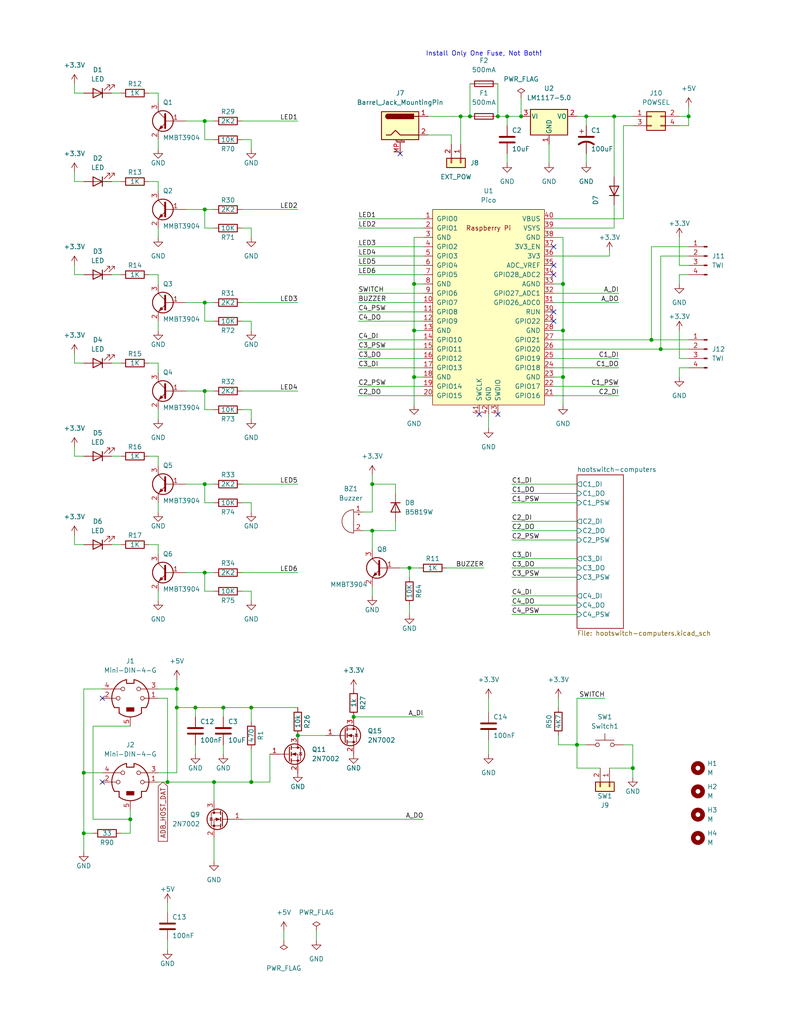
<source format=kicad_sch>
(kicad_sch (version 20250114) (generator "eeschema") (generator_version "9.0")
  (paper "USLetter" portrait)
  (title_block (title "hootswitch"))
  (text "Install Only One Fuse, Not Both!" (at 132.08 14.732 0) (effects (font (size 1.27 1.27))))
  (junction (at 113.03 77.47))
  (junction (at 113.03 102.87))
  (junction (at 81.28 200.66))
  (junction (at 22.86 227.33))
  (junction (at 187.96 31.75))
  (junction (at 153.67 102.87))
  (junction (at 55.88 82.55))
  (junction (at 55.88 156.21))
  (junction (at 157.48 203.2))
  (junction (at 128.27 31.75))
  (junction (at 113.03 90.17))
  (junction (at 55.88 57.15))
  (junction (at 45.72 213.36))
  (junction (at 96.52 195.58))
  (junction (at 48.26 193.04))
  (junction (at 167.64 31.75))
  (junction (at 180.34 95.25))
  (junction (at 55.88 33.02))
  (junction (at 55.88 106.68))
  (junction (at 68.58 213.36))
  (junction (at 160.02 31.75))
  (junction (at 60.96 193.04))
  (junction (at 142.24 31.75))
  (junction (at 177.8 92.71))
  (junction (at 48.26 187.96))
  (junction (at 125.73 31.75))
  (junction (at 58.42 213.36))
  (junction (at 101.6 132.08))
  (junction (at 68.58 193.04))
  (junction (at 172.72 209.55))
  (junction (at 22.86 210.82))
  (junction (at 53.34 193.04))
  (junction (at 35.56 223.52))
  (junction (at 101.6 144.78))
  (junction (at 135.89 31.75))
  (junction (at 153.67 77.47))
  (junction (at 138.43 31.75))
  (junction (at 153.67 90.17))
  (junction (at 55.88 132.08))
  (junction (at 111.76 154.94))
  (no_connect (at 151.13 87.63))
  (no_connect (at 151.13 74.93))
  (no_connect (at 151.13 85.09))
  (no_connect (at 151.13 67.31))
  (no_connect (at 130.81 113.03))
  (no_connect (at 109.22 41.91))
  (no_connect (at 151.13 72.39))
  (no_connect (at 27.94 213.36))
  (no_connect (at 135.89 113.03))
  (no_connect (at 27.94 190.5))
  (wire (pts (xy 168.91 107.95) (xy 151.13 107.95)))
  (wire (pts (xy 151.13 80.01) (xy 168.91 80.01)))
  (wire (pts (xy 187.96 100.33) (xy 185.42 100.33)))
  (wire (pts (xy 101.6 144.78) (xy 101.6 149.86)))
  (wire (pts (xy 113.03 64.77) (xy 113.03 77.47)))
  (wire (pts (xy 170.18 59.69) (xy 170.18 34.29)))
  (wire (pts (xy 185.42 90.17) (xy 185.42 97.79)))
  (wire (pts (xy 66.04 87.63) (xy 68.58 87.63)))
  (wire (pts (xy 125.73 31.75) (xy 128.27 31.75)))
  (wire (pts (xy 25.4 198.12) (xy 25.4 223.52)))
  (wire (pts (xy 187.96 31.75) (xy 187.96 29.21)))
  (wire (pts (xy 139.7 142.24) (xy 157.48 142.24)))
  (wire (pts (xy 157.48 31.75) (xy 160.02 31.75)))
  (wire (pts (xy 40.64 99.06) (xy 43.18 99.06)))
  (wire (pts (xy 138.43 31.75) (xy 138.43 34.29)))
  (wire (pts (xy 30.48 148.59) (xy 33.02 148.59)))
  (wire (pts (xy 68.58 38.1) (xy 68.58 40.64)))
  (wire (pts (xy 48.26 185.42) (xy 48.26 187.96)))
  (wire (pts (xy 40.64 148.59) (xy 43.18 148.59)))
  (wire (pts (xy 170.18 34.29) (xy 172.72 34.29)))
  (wire (pts (xy 40.64 25.4) (xy 43.18 25.4)))
  (wire (pts (xy 55.88 57.15) (xy 55.88 62.23)))
  (wire (pts (xy 50.8 132.08) (xy 55.88 132.08)))
  (wire (pts (xy 125.73 39.37) (xy 125.73 31.75)))
  (wire (pts (xy 55.88 87.63) (xy 58.42 87.63)))
  (wire (pts (xy 139.7 157.48) (xy 157.48 157.48)))
  (wire (pts (xy 133.35 201.93) (xy 133.35 205.74)))
  (wire (pts (xy 50.8 156.21) (xy 55.88 156.21)))
  (wire (pts (xy 43.18 111.76) (xy 43.18 114.3)))
  (wire (pts (xy 43.18 49.53) (xy 43.18 52.07)))
  (wire (pts (xy 172.72 209.55) (xy 172.72 212.09)))
  (wire (pts (xy 45.72 213.36) (xy 58.42 213.36)))
  (wire (pts (xy 45.72 256.54) (xy 45.72 259.08)))
  (wire (pts (xy 55.88 156.21) (xy 55.88 161.29)))
  (wire (pts (xy 185.42 74.93) (xy 185.42 77.47)))
  (wire (pts (xy 68.58 161.29) (xy 68.58 163.83)))
  (wire (pts (xy 142.24 26.67) (xy 142.24 31.75)))
  (wire (pts (xy 43.18 87.63) (xy 43.18 90.17)))
  (wire (pts (xy 172.72 203.2) (xy 172.72 209.55)))
  (wire (pts (xy 166.37 209.55) (xy 172.72 209.55)))
  (wire (pts (xy 20.32 72.39) (xy 20.32 74.93)))
  (wire (pts (xy 152.4 190.5) (xy 152.4 193.04)))
  (wire (pts (xy 68.58 111.76) (xy 68.58 114.3)))
  (wire (pts (xy 20.32 124.46) (xy 22.86 124.46)))
  (wire (pts (xy 53.34 195.58) (xy 53.34 193.04)))
  (wire (pts (xy 43.18 137.16) (xy 43.18 139.7)))
  (wire (pts (xy 43.18 74.93) (xy 43.18 77.47)))
  (wire (pts (xy 151.13 64.77) (xy 153.67 64.77)))
  (wire (pts (xy 53.34 193.04) (xy 48.26 193.04)))
  (wire (pts (xy 151.13 82.55) (xy 168.91 82.55)))
  (wire (pts (xy 185.42 34.29) (xy 187.96 34.29)))
  (wire (pts (xy 25.4 223.52) (xy 35.56 223.52)))
  (wire (pts (xy 113.03 90.17) (xy 113.03 102.87)))
  (wire (pts (xy 107.95 132.08) (xy 107.95 134.62)))
  (wire (pts (xy 139.7 154.94) (xy 157.48 154.94)))
  (wire (pts (xy 66.04 223.52) (xy 115.57 223.52)))
  (wire (pts (xy 153.67 64.77) (xy 153.67 77.47)))
  (wire (pts (xy 97.79 105.41) (xy 115.57 105.41)))
  (wire (pts (xy 139.7 144.78) (xy 157.48 144.78)))
  (wire (pts (xy 35.56 220.98) (xy 35.56 223.52)))
  (wire (pts (xy 167.64 62.23) (xy 167.64 55.88)))
  (wire (pts (xy 25.4 227.33) (xy 22.86 227.33)))
  (wire (pts (xy 151.13 77.47) (xy 153.67 77.47)))
  (wire (pts (xy 115.57 64.77) (xy 113.03 64.77)))
  (wire (pts (xy 20.32 49.53) (xy 22.86 49.53)))
  (wire (pts (xy 180.34 69.85) (xy 187.96 69.85)))
  (wire (pts (xy 187.96 67.31) (xy 177.8 67.31)))
  (wire (pts (xy 170.18 203.2) (xy 172.72 203.2)))
  (wire (pts (xy 97.79 62.23) (xy 115.57 62.23)))
  (wire (pts (xy 97.79 80.01) (xy 115.57 80.01)))
  (wire (pts (xy 66.04 156.21) (xy 81.28 156.21)))
  (wire (pts (xy 53.34 193.04) (xy 60.96 193.04)))
  (wire (pts (xy 55.88 38.1) (xy 58.42 38.1)))
  (wire (pts (xy 133.35 113.03) (xy 133.35 116.84)))
  (wire (pts (xy 116.84 31.75) (xy 125.73 31.75)))
  (wire (pts (xy 97.79 85.09) (xy 115.57 85.09)))
  (wire (pts (xy 30.48 124.46) (xy 33.02 124.46)))
  (wire (pts (xy 121.92 154.94) (xy 132.08 154.94)))
  (wire (pts (xy 86.36 254) (xy 86.36 256.54)))
  (wire (pts (xy 107.95 144.78) (xy 107.95 142.24)))
  (wire (pts (xy 55.88 132.08) (xy 58.42 132.08)))
  (wire (pts (xy 40.64 124.46) (xy 43.18 124.46)))
  (wire (pts (xy 20.32 96.52) (xy 20.32 99.06)))
  (wire (pts (xy 101.6 132.08) (xy 107.95 132.08)))
  (wire (pts (xy 43.18 190.5) (xy 45.72 190.5)))
  (wire (pts (xy 48.26 193.04) (xy 48.26 210.82)))
  (wire (pts (xy 43.18 187.96) (xy 48.26 187.96)))
  (wire (pts (xy 55.88 156.21) (xy 58.42 156.21)))
  (wire (pts (xy 151.13 102.87) (xy 153.67 102.87)))
  (wire (pts (xy 20.32 74.93) (xy 22.86 74.93)))
  (wire (pts (xy 68.58 62.23) (xy 68.58 64.77)))
  (wire (pts (xy 66.04 62.23) (xy 68.58 62.23)))
  (wire (pts (xy 157.48 190.5) (xy 157.48 203.2)))
  (wire (pts (xy 151.13 69.85) (xy 166.37 69.85)))
  (wire (pts (xy 135.89 31.75) (xy 138.43 31.75)))
  (wire (pts (xy 139.7 132.08) (xy 157.48 132.08)))
  (wire (pts (xy 68.58 193.04) (xy 81.28 193.04)))
  (wire (pts (xy 40.64 74.93) (xy 43.18 74.93)))
  (wire (pts (xy 55.88 33.02) (xy 55.88 38.1)))
  (wire (pts (xy 153.67 102.87) (xy 153.67 110.49)))
  (wire (pts (xy 97.79 59.69) (xy 115.57 59.69)))
  (wire (pts (xy 99.06 144.78) (xy 101.6 144.78)))
  (wire (pts (xy 66.04 33.02) (xy 81.28 33.02)))
  (wire (pts (xy 97.79 87.63) (xy 115.57 87.63)))
  (wire (pts (xy 160.02 31.75) (xy 167.64 31.75)))
  (wire (pts (xy 151.13 59.69) (xy 170.18 59.69)))
  (wire (pts (xy 45.72 246.38) (xy 45.72 248.92)))
  (wire (pts (xy 68.58 87.63) (xy 68.58 90.17)))
  (wire (pts (xy 45.72 190.5) (xy 45.72 213.36)))
  (wire (pts (xy 187.96 74.93) (xy 185.42 74.93)))
  (wire (pts (xy 111.76 165.1) (xy 111.76 167.64)))
  (wire (pts (xy 22.86 210.82) (xy 22.86 227.33)))
  (wire (pts (xy 20.32 146.05) (xy 20.32 148.59)))
  (wire (pts (xy 68.58 204.47) (xy 68.58 213.36)))
  (wire (pts (xy 43.18 124.46) (xy 43.18 127)))
  (wire (pts (xy 50.8 33.02) (xy 55.88 33.02)))
  (wire (pts (xy 168.91 105.41) (xy 151.13 105.41)))
  (wire (pts (xy 157.48 209.55) (xy 157.48 203.2)))
  (wire (pts (xy 66.04 106.68) (xy 81.28 106.68)))
  (wire (pts (xy 30.48 99.06) (xy 33.02 99.06)))
  (wire (pts (xy 139.7 134.62) (xy 157.48 134.62)))
  (wire (pts (xy 50.8 82.55) (xy 55.88 82.55)))
  (wire (pts (xy 113.03 90.17) (xy 115.57 90.17)))
  (wire (pts (xy 101.6 139.7) (xy 101.6 132.08)))
  (wire (pts (xy 55.88 111.76) (xy 58.42 111.76)))
  (wire (pts (xy 180.34 95.25) (xy 187.96 95.25)))
  (wire (pts (xy 55.88 132.08) (xy 55.88 137.16)))
  (wire (pts (xy 73.66 205.74) (xy 73.66 213.36)))
  (wire (pts (xy 43.18 213.36) (xy 45.72 213.36)))
  (wire (pts (xy 40.64 49.53) (xy 43.18 49.53)))
  (wire (pts (xy 139.7 167.64) (xy 157.48 167.64)))
  (wire (pts (xy 43.18 210.82) (xy 48.26 210.82)))
  (wire (pts (xy 27.94 187.96) (xy 22.86 187.96)))
  (wire (pts (xy 66.04 111.76) (xy 68.58 111.76)))
  (wire (pts (xy 30.48 49.53) (xy 33.02 49.53)))
  (wire (pts (xy 151.13 95.25) (xy 180.34 95.25)))
  (wire (pts (xy 55.88 82.55) (xy 55.88 87.63)))
  (wire (pts (xy 35.56 223.52) (xy 35.56 227.33)))
  (wire (pts (xy 20.32 99.06) (xy 22.86 99.06)))
  (wire (pts (xy 97.79 97.79) (xy 115.57 97.79)))
  (wire (pts (xy 43.18 62.23) (xy 43.18 64.77)))
  (wire (pts (xy 167.64 31.75) (xy 172.72 31.75)))
  (wire (pts (xy 138.43 31.75) (xy 142.24 31.75)))
  (wire (pts (xy 58.42 213.36) (xy 68.58 213.36)))
  (wire (pts (xy 151.13 90.17) (xy 153.67 90.17)))
  (wire (pts (xy 58.42 228.6) (xy 58.42 234.95)))
  (wire (pts (xy 97.79 74.93) (xy 115.57 74.93)))
  (wire (pts (xy 96.52 195.58) (xy 115.57 195.58)))
  (wire (pts (xy 97.79 95.25) (xy 115.57 95.25)))
  (wire (pts (xy 68.58 137.16) (xy 68.58 139.7)))
  (wire (pts (xy 167.64 31.75) (xy 167.64 48.26)))
  (wire (pts (xy 139.7 137.16) (xy 157.48 137.16)))
  (wire (pts (xy 30.48 74.93) (xy 33.02 74.93)))
  (wire (pts (xy 60.96 193.04) (xy 60.96 195.58)))
  (wire (pts (xy 187.96 34.29) (xy 187.96 31.75)))
  (wire (pts (xy 151.13 92.71) (xy 177.8 92.71)))
  (wire (pts (xy 157.48 203.2) (xy 160.02 203.2)))
  (wire (pts (xy 135.89 22.86) (xy 135.89 31.75)))
  (wire (pts (xy 185.42 72.39) (xy 187.96 72.39)))
  (wire (pts (xy 139.7 152.4) (xy 157.48 152.4)))
  (wire (pts (xy 66.04 137.16) (xy 68.58 137.16)))
  (wire (pts (xy 55.88 57.15) (xy 58.42 57.15)))
  (wire (pts (xy 20.32 46.99) (xy 20.32 49.53)))
  (wire (pts (xy 66.04 132.08) (xy 81.28 132.08)))
  (wire (pts (xy 97.79 67.31) (xy 115.57 67.31)))
  (wire (pts (xy 66.04 82.55) (xy 81.28 82.55)))
  (wire (pts (xy 149.86 39.37) (xy 149.86 44.45)))
  (wire (pts (xy 163.83 209.55) (xy 157.48 209.55)))
  (wire (pts (xy 151.13 62.23) (xy 167.64 62.23)))
  (wire (pts (xy 20.32 121.92) (xy 20.32 124.46)))
  (wire (pts (xy 97.79 100.33) (xy 115.57 100.33)))
  (wire (pts (xy 43.18 38.1) (xy 43.18 40.64)))
  (wire (pts (xy 22.86 187.96) (xy 22.86 210.82)))
  (wire (pts (xy 111.76 154.94) (xy 111.76 157.48)))
  (wire (pts (xy 160.02 31.75) (xy 160.02 34.29)))
  (wire (pts (xy 153.67 77.47) (xy 153.67 90.17)))
  (wire (pts (xy 113.03 77.47) (xy 113.03 90.17)))
  (wire (pts (xy 152.4 203.2) (xy 157.48 203.2)))
  (wire (pts (xy 20.32 22.86) (xy 20.32 25.4)))
  (wire (pts (xy 113.03 102.87) (xy 113.03 110.49)))
  (wire (pts (xy 20.32 25.4) (xy 22.86 25.4)))
  (wire (pts (xy 139.7 147.32) (xy 157.48 147.32)))
  (wire (pts (xy 77.47 254) (xy 77.47 256.54)))
  (wire (pts (xy 177.8 67.31) (xy 177.8 92.71)))
  (wire (pts (xy 187.96 97.79) (xy 185.42 97.79)))
  (wire (pts (xy 53.34 203.2) (xy 53.34 205.74)))
  (wire (pts (xy 113.03 77.47) (xy 115.57 77.47)))
  (wire (pts (xy 68.58 213.36) (xy 73.66 213.36)))
  (wire (pts (xy 55.88 33.02) (xy 58.42 33.02)))
  (wire (pts (xy 133.35 190.5) (xy 133.35 194.31)))
  (wire (pts (xy 177.8 92.71) (xy 187.96 92.71)))
  (wire (pts (xy 185.42 64.77) (xy 185.42 72.39)))
  (wire (pts (xy 139.7 165.1) (xy 157.48 165.1)))
  (wire (pts (xy 101.6 144.78) (xy 107.95 144.78)))
  (wire (pts (xy 139.7 162.56) (xy 157.48 162.56)))
  (wire (pts (xy 97.79 69.85) (xy 115.57 69.85)))
  (wire (pts (xy 111.76 154.94) (xy 114.3 154.94)))
  (wire (pts (xy 166.37 69.85) (xy 166.37 68.58)))
  (wire (pts (xy 22.86 227.33) (xy 22.86 232.41)))
  (wire (pts (xy 168.91 100.33) (xy 151.13 100.33)))
  (wire (pts (xy 128.27 22.86) (xy 128.27 31.75)))
  (wire (pts (xy 138.43 41.91) (xy 138.43 44.45)))
  (wire (pts (xy 152.4 200.66) (xy 152.4 203.2)))
  (wire (pts (xy 101.6 160.02) (xy 101.6 162.56)))
  (wire (pts (xy 60.96 203.2) (xy 60.96 205.74)))
  (wire (pts (xy 68.58 193.04) (xy 68.58 196.85)))
  (wire (pts (xy 55.88 161.29) (xy 58.42 161.29)))
  (wire (pts (xy 55.88 82.55) (xy 58.42 82.55)))
  (wire (pts (xy 43.18 99.06) (xy 43.18 101.6)))
  (wire (pts (xy 48.26 187.96) (xy 48.26 193.04)))
  (wire (pts (xy 168.91 97.79) (xy 151.13 97.79)))
  (wire (pts (xy 97.79 82.55) (xy 115.57 82.55)))
  (wire (pts (xy 97.79 72.39) (xy 115.57 72.39)))
  (wire (pts (xy 97.79 107.95) (xy 115.57 107.95)))
  (wire (pts (xy 22.86 210.82) (xy 27.94 210.82)))
  (wire (pts (xy 123.19 36.83) (xy 123.19 39.37)))
  (wire (pts (xy 153.67 90.17) (xy 153.67 102.87)))
  (wire (pts (xy 35.56 198.12) (xy 25.4 198.12)))
  (wire (pts (xy 55.88 106.68) (xy 55.88 111.76)))
  (wire (pts (xy 60.96 193.04) (xy 68.58 193.04)))
  (wire (pts (xy 66.04 161.29) (xy 68.58 161.29)))
  (wire (pts (xy 50.8 57.15) (xy 55.88 57.15)))
  (wire (pts (xy 58.42 218.44) (xy 58.42 213.36)))
  (wire (pts (xy 43.18 161.29) (xy 43.18 163.83)))
  (wire (pts (xy 20.32 148.59) (xy 22.86 148.59)))
  (wire (pts (xy 97.79 92.71) (xy 115.57 92.71)))
  (wire (pts (xy 160.02 41.91) (xy 160.02 44.45)))
  (wire (pts (xy 101.6 129.54) (xy 101.6 132.08)))
  (wire (pts (xy 185.42 100.33) (xy 185.42 102.87)))
  (wire (pts (xy 99.06 139.7) (xy 101.6 139.7)))
  (wire (pts (xy 55.88 137.16) (xy 58.42 137.16)))
  (wire (pts (xy 35.56 227.33) (xy 33.02 227.33)))
  (wire (pts (xy 180.34 69.85) (xy 180.34 95.25)))
  (wire (pts (xy 55.88 106.68) (xy 58.42 106.68)))
  (wire (pts (xy 66.04 57.15) (xy 81.28 57.15)))
  (wire (pts (xy 55.88 62.23) (xy 58.42 62.23)))
  (wire (pts (xy 116.84 36.83) (xy 123.19 36.83)))
  (wire (pts (xy 66.04 38.1) (xy 68.58 38.1)))
  (wire (pts (xy 113.03 102.87) (xy 115.57 102.87)))
  (wire (pts (xy 157.48 190.5) (xy 165.1 190.5)))
  (wire (pts (xy 50.8 106.68) (xy 55.88 106.68)))
  (wire (pts (xy 43.18 25.4) (xy 43.18 27.94)))
  (wire (pts (xy 30.48 25.4) (xy 33.02 25.4)))
  (wire (pts (xy 81.28 200.66) (xy 88.9 200.66)))
  (wire (pts (xy 43.18 148.59) (xy 43.18 151.13)))
  (wire (pts (xy 109.22 154.94) (xy 111.76 154.94)))
  (wire (pts (xy 185.42 31.75) (xy 187.96 31.75)))
  (label "C3_DO" (at 97.79 97.79 0))
  (label "A_DO" (at 168.91 82.55 180))
  (label "C3_PSW" (at 139.7 157.48 0))
  (label "C1_DI" (at 168.91 97.79 180))
  (label "C2_PSW" (at 97.79 105.41 0))
  (label "C3_DI" (at 139.7 152.4 0))
  (label "LED2" (at 97.79 62.23 0))
  (label "LED3" (at 97.79 67.31 0))
  (label "LED4" (at 81.28 106.68 180))
  (label "A_DO" (at 115.57 223.52 180))
  (label "LED5" (at 97.79 72.39 0))
  (label "C1_DO" (at 139.7 134.62 0))
  (label "C4_PSW" (at 97.79 85.09 0))
  (label "LED1" (at 81.28 33.02 180))
  (label "BUZZER" (at 97.79 82.55 0))
  (label "C2_DI" (at 168.91 107.95 180))
  (label "C1_PSW" (at 139.7 137.16 0))
  (label "BUZZER" (at 132.08 154.94 180))
  (label "C2_PSW" (at 139.7 147.32 0))
  (label "C3_DI" (at 97.79 100.33 0))
  (label "C4_DI" (at 97.79 92.71 0))
  (label "C1_DO" (at 168.91 100.33 180))
  (label "C4_DO" (at 139.7 165.1 0))
  (label "C4_PSW" (at 139.7 167.64 0))
  (label "C4_DI" (at 139.7 162.56 0))
  (label "C3_DO" (at 139.7 154.94 0))
  (label "LED3" (at 81.28 82.55 180))
  (label "LED4" (at 97.79 69.85 0))
  (label "SWITCH" (at 97.79 80.01 0))
  (label "C1_DI" (at 139.7 132.08 0))
  (label "A_DI" (at 115.57 195.58 180))
  (label "C4_DO" (at 97.79 87.63 0))
  (label "C2_DO" (at 139.7 144.78 0))
  (label "SWITCH" (at 165.1 190.5 180))
  (label "LED1" (at 97.79 59.69 0))
  (label "C3_PSW" (at 97.79 95.25 0))
  (label "A_DI" (at 168.91 80.01 180))
  (label "LED6" (at 81.28 156.21 180))
  (label "LED6" (at 97.79 74.93 0))
  (label "C2_DO" (at 97.79 107.95 0))
  (label "C2_DI" (at 139.7 142.24 0))
  (label "C1_PSW" (at 168.91 105.41 180))
  (label "LED5" (at 81.28 132.08 180))
  (label "LED2" (at 81.28 57.15 180))
  (global_label "ADB_HOST_DAT" (shape input) (at 44.45 213.36 270) (property "Intersheetrefs" "${INTERSHEET_REFS}" (effects (hide yes))))
  (symbol (lib_id "Device:R") (at 36.83 148.59 90) (unit 1)
    (property "Reference" "R17" (at 36.83 146.05 90))
    (property "Value" "1K" (at 36.83 148.59 90))
    (property "Footprint" "Resistor_SMD:R_0603_1608Metric" (effects (hide yes)))
  )
  (symbol (lib_id "Device:D") (at 167.64 52.07 90) (unit 1)
    (property "Reference" "D7" (at 162.56 54.61 0))
    (property "Value" "${SIM.PARAMS}" (effects (hide yes)))
    (property "Footprint" "Diode_SMD:D_SOD-123" (effects (hide yes)))
    (property "Sim.Device" "SPICE" (effects (hide yes)))
    (property "Sim.Params" "type=\"D\" model=\"B5819W\" lib=\"\"" (effects (hide yes)))
    (property "Sim.Pins" "1=1 2=2" (effects (hide yes)))
  )
  (symbol (lib_id "power:+3.3V") (at 20.32 96.52 0) (unit 1)
    (property "Reference" "#PWR0105" (effects (hide yes)))
    (property "Value" "+3.3V" (at 20.32 91.44 0))
  )
  (symbol (lib_id "Device:LED") (at 26.67 99.06 180) (unit 1)
    (property "Reference" "D4" (at 26.67 92.71 0))
    (property "Value" "LED" (at 26.67 95.25 0))
    (property "Footprint" "LED_SMD:LED_0805_2012Metric" (effects (hide yes)))
  )
  (symbol (lib_id "power:GND") (at 58.42 234.95 0) (unit 1)
    (property "Reference" "#PWR0120" (effects (hide yes)))
    (property "Value" "GND" (at 58.42 240.03 0))
  )
  (symbol (lib_id "Connector_Generic:Conn_02x02_Odd_Even") (at 177.8 31.75 0) (unit 1)
    (property "Reference" "J10" (at 179.07 25.4 0))
    (property "Value" "POWSEL" (at 179.07 27.94 0))
    (property "Footprint" "Connector_PinHeader_2.54mm:PinHeader_2x02_P2.54mm_Vertical" (effects (hide yes)))
  )
  (symbol (lib_id "power:+5V") (at 77.47 254 0) (unit 1)
    (property "Reference" "#PWR0122" (effects (hide yes)))
    (property "Value" "+5V" (at 77.47 248.92 0))
  )
  (symbol (lib_id "power:GND") (at 68.58 139.7 0) (unit 1)
    (property "Reference" "#PWR0114" (effects (hide yes)))
    (property "Value" "GND" (at 68.58 143.51 0))
  )
  (symbol (lib_id "Device:C") (at 133.35 198.12 0) (unit 1)
    (property "Reference" "C14" (at 134.62 195.58 0) (effects (justify left)))
    (property "Value" "100nF" (at 134.62 200.66 0) (effects (justify left)))
    (property "Footprint" "Capacitor_SMD:C_0603_1608Metric" (effects (hide yes)))
  )
  (symbol (lib_id "power:GND") (at 133.35 116.84 0) (unit 1)
    (property "Reference" "#PWR0127" (effects (hide yes)))
    (property "Value" "GND" (at 133.35 121.92 0))
  )
  (symbol (lib_id "power:GND") (at 68.58 90.17 0) (unit 1)
    (property "Reference" "#PWR0106" (effects (hide yes)))
    (property "Value" "GND" (at 68.58 93.98 0))
  )
  (symbol (lib_id "power:GND") (at 138.43 44.45 0) (unit 1)
    (property "Reference" "#PWR0124" (effects (hide yes)))
    (property "Value" "GND" (at 138.43 49.53 0))
  )
  (symbol (lib_id "power:+3.3V") (at 20.32 121.92 0) (unit 1)
    (property "Reference" "#PWR0111" (effects (hide yes)))
    (property "Value" "+3.3V" (at 20.32 116.84 0))
  )
  (symbol (lib_id "power:GND") (at 68.58 163.83 0) (unit 1)
    (property "Reference" "#PWR0115" (effects (hide yes)))
    (property "Value" "GND" (at 68.58 168.91 0))
  )
  (symbol (lib_id "Device:LED") (at 26.67 25.4 180) (unit 1)
    (property "Reference" "D1" (at 26.67 19.05 0))
    (property "Value" "LED" (at 26.67 21.59 0))
    (property "Footprint" "LED_SMD:LED_0805_2012Metric" (effects (hide yes)))
  )
  (symbol (lib_id "Device:R") (at 62.23 57.15 90) (unit 1)
    (property "Reference" "R30" (at 62.23 54.61 90))
    (property "Value" "2K2" (at 62.23 57.15 90))
    (property "Footprint" "Resistor_SMD:R_0603_1608Metric" (effects (hide yes)))
  )
  (symbol (lib_id "Connector:Conn_01x04_Male") (at 193.04 95.25 0) (mirror y) (unit 1)
    (property "Reference" "J12" (at 194.31 95.2499 0) (effects (justify right)))
    (property "Value" "TWI" (at 194.31 97.7899 0) (effects (justify right)))
    (property "Footprint" "Connector_PinHeader_2.54mm:PinHeader_1x04_P2.54mm_Vertical" (effects (hide yes)))
  )
  (symbol (lib_id "power:+3.3V") (at 96.52 187.96 0) (unit 1)
    (property "Reference" "#PWR034" (effects (hide yes)))
    (property "Value" "+3.3V" (at 96.52 182.88 0))
  )
  (symbol (lib_id "Switch:SW_Push") (at 165.1 203.2 0) (unit 1)
    (property "Reference" "SW1" (at 165.1 195.58 0))
    (property "Value" "Switch1" (at 165.1 198.12 0))
    (property "Footprint" "Button_Switch_THT:SW_SPST_Omron_B3F-315x_Angled" (effects (hide yes)))
  )
  (symbol (lib_id "power:GND") (at 43.18 163.83 0) (unit 1)
    (property "Reference" "#PWR0116" (effects (hide yes)))
    (property "Value" "GND" (at 43.18 168.91 0))
  )
  (symbol (lib_id "power:GND") (at 153.67 110.49 0) (unit 1)
    (property "Reference" "#PWR0126" (effects (hide yes)))
    (property "Value" "GND" (at 153.67 115.57 0))
  )
  (symbol (lib_id "Device:R") (at 111.76 161.29 0) (unit 1)
    (property "Reference" "R64" (at 114.3 161.29 90))
    (property "Value" "10K" (at 111.76 161.29 90))
    (property "Footprint" "Resistor_SMD:R_0603_1608Metric" (effects (hide yes)))
  )
  (symbol (lib_id "power:GND") (at 68.58 114.3 0) (unit 1)
    (property "Reference" "#PWR0118" (effects (hide yes)))
    (property "Value" "GND" (at 68.58 119.38 0))
  )
  (symbol (lib_id "MCU_RaspberryPi_and_Boards:Pico") (at 133.35 83.82 0) (unit 1)
    (property "Reference" "U1" (at 133.35 52.07 0))
    (property "Value" "Pico" (at 133.35 54.61 0))
    (property "Footprint" "MCU_RaspberryPi_and_Boards:RPi_Pico_SMD_TH" (effects (hide yes)))
  )
  (symbol (lib_id "Device:D") (at 107.95 138.43 270) (unit 1)
    (property "Reference" "D8" (at 110.49 137.1599 90) (effects (justify left)))
    (property "Value" "B5819W" (at 110.49 139.6999 90) (effects (justify left)))
    (property "Footprint" "Diode_SMD:D_SOD-123" (effects (hide yes)))
  )
  (symbol (lib_id "Device:C") (at 53.34 199.39 0) (unit 1)
    (property "Reference" "C12" (at 54.61 196.85 0) (effects (justify left)))
    (property "Value" "100nF" (at 54.61 201.93 0) (effects (justify left)))
    (property "Footprint" "Capacitor_SMD:C_0603_1608Metric" (effects (hide yes)))
  )
  (symbol (lib_id "Connector_Generic:Conn_01x02") (at 166.37 214.63 270) (unit 1)
    (property "Reference" "J9" (at 165.1 219.71 90))
    (property "Value" "SW1" (at 165.1 217.17 90))
    (property "Footprint" "Connector_PinHeader_2.54mm:PinHeader_1x02_P2.54mm_Vertical" (effects (hide yes)))
  )
  (symbol (lib_id "Mechanical:MountingHole") (at 190.5 222.25 0) (unit 1)
    (property "Reference" "H3" (at 193.04 220.9799 0) (effects (justify left)))
    (property "Value" "M" (at 193.04 223.5199 0) (effects (justify left)))
    (property "Footprint" "MountingHole:MountingHole_2.7mm_M2.5" (effects (hide yes)))
  )
  (symbol (lib_id "power:+5V") (at 48.26 185.42 0) (unit 1)
    (property "Reference" "#PWR0123" (effects (hide yes)))
    (property "Value" "+5V" (at 48.26 180.34 0))
  )
  (symbol (lib_id "Device:C") (at 45.72 252.73 0) (unit 1)
    (property "Reference" "C13" (at 46.99 250.19 0) (effects (justify left)))
    (property "Value" "100nF" (at 46.99 255.27 0) (effects (justify left)))
    (property "Footprint" "Capacitor_SMD:C_0603_1608Metric" (effects (hide yes)))
  )
  (symbol (lib_id "power:GND") (at 45.72 259.08 0) (unit 1)
    (property "Reference" "#PWR0153" (effects (hide yes)))
    (property "Value" "GND" (at 45.72 262.89 0))
  )
  (symbol (lib_id "Device:LED") (at 26.67 148.59 180) (unit 1)
    (property "Reference" "D6" (at 26.67 142.24 0))
    (property "Value" "LED" (at 26.67 144.78 0))
    (property "Footprint" "LED_SMD:LED_0805_2012Metric" (effects (hide yes)))
  )
  (symbol (lib_id "Device:C") (at 138.43 38.1 0) (unit 1)
    (property "Reference" "C2" (at 139.7 35.56 0) (effects (justify left)))
    (property "Value" "10uF" (at 139.7 40.64 0) (effects (justify left)))
    (property "Footprint" "Capacitor_SMD:C_0805_2012Metric" (effects (hide yes)))
  )
  (symbol (lib_id "Device:R") (at 36.83 99.06 90) (unit 1)
    (property "Reference" "R15" (at 36.83 96.52 90))
    (property "Value" "1K" (at 36.83 99.06 90))
    (property "Footprint" "Resistor_SMD:R_0603_1608Metric" (effects (hide yes)))
  )
  (symbol (lib_id "power:+3.3V") (at 20.32 22.86 0) (unit 1)
    (property "Reference" "#PWR0102" (effects (hide yes)))
    (property "Value" "+3.3V" (at 20.32 17.78 0))
  )
  (symbol (lib_id "Device:R") (at 36.83 124.46 90) (unit 1)
    (property "Reference" "R16" (at 36.83 121.92 90))
    (property "Value" "1K" (at 36.83 124.46 90))
    (property "Footprint" "Resistor_SMD:R_0603_1608Metric" (effects (hide yes)))
  )
  (symbol (lib_id "Device:R") (at 62.23 161.29 270) (unit 1)
    (property "Reference" "R75" (at 62.23 163.83 90))
    (property "Value" "10K" (at 62.23 161.29 90))
    (property "Footprint" "Resistor_SMD:R_0603_1608Metric" (effects (hide yes)))
  )
  (symbol (lib_id "power:+3.3V") (at 152.4 190.5 0) (unit 1)
    (property "Reference" "#PWR0132" (effects (hide yes)))
    (property "Value" "+3.3V" (at 152.4 185.42 0))
  )
  (symbol (lib_id "hootswitch:Mini-DIN-4-G") (at 35.56 213.36 0) (unit 1)
    (property "Reference" "J2" (at 35.5777 203.2 0))
    (property "Value" "Mini-DIN-4-G" (at 35.5777 205.74 0))
    (property "Footprint" "hootswitch:5749181-1" (effects (hide yes)))
    (property "Datasheet" "http://service.powerdynamics.com/ec/Catalog17/Section%2011.pdf" (effects (hide yes)))
  )
  (symbol (lib_id "Device:R") (at 62.23 33.02 90) (unit 1)
    (property "Reference" "R29" (at 62.23 30.48 90))
    (property "Value" "2K2" (at 62.23 33.02 90))
    (property "Footprint" "Resistor_SMD:R_0603_1608Metric" (effects (hide yes)))
  )
  (symbol (lib_id "Device:R") (at 152.4 196.85 180) (unit 1)
    (property "Reference" "R50" (at 149.86 196.85 90))
    (property "Value" "4K7" (at 152.4 196.85 90))
    (property "Footprint" "Resistor_SMD:R_0603_1608Metric" (effects (hide yes)))
  )
  (symbol (lib_id "power:GND") (at 68.58 40.64 0) (unit 1)
    (property "Reference" "#PWR0113" (effects (hide yes)))
    (property "Value" "GND" (at 68.58 44.45 0))
  )
  (symbol (lib_id "Device:R") (at 36.83 74.93 90) (unit 1)
    (property "Reference" "R14" (at 36.83 72.39 90))
    (property "Value" "1K" (at 36.83 74.93 90))
    (property "Footprint" "Resistor_SMD:R_0603_1608Metric" (effects (hide yes)))
  )
  (symbol (lib_id "Device:Buzzer") (at 96.52 142.24 0) (mirror y) (unit 1)
    (property "Reference" "BZ1" (at 95.758 133.35 0))
    (property "Value" "Buzzer" (at 95.758 135.89 0))
    (property "Footprint" "Buzzer_Beeper:Buzzer_12x9.5RM7.6" (effects (hide yes)))
  )
  (symbol (lib_id "power:GND") (at 111.76 167.64 0) (unit 1)
    (property "Reference" "#PWR0160" (effects (hide yes)))
    (property "Value" "GND" (at 111.76 171.45 0))
  )
  (symbol (lib_id "power:+5V") (at 45.72 246.38 0) (unit 1)
    (property "Reference" "#PWR0154" (effects (hide yes)))
    (property "Value" "+5V" (at 45.72 242.57 0))
  )
  (symbol (lib_id "Device:R") (at 62.23 156.21 90) (unit 1)
    (property "Reference" "R34" (at 62.23 153.67 90))
    (property "Value" "2K2" (at 62.23 156.21 90))
    (property "Footprint" "Resistor_SMD:R_0603_1608Metric" (effects (hide yes)))
  )
  (symbol (lib_id "Transistor_FET:2N7002") (at 93.98 200.66 0) (unit 1)
    (property "Reference" "Q15" (at 100.33 199.3899 0) (effects (justify left)))
    (property "Value" "2N7002" (at 100.33 201.9299 0) (effects (justify left)))
    (property "Footprint" "Package_TO_SOT_SMD:SOT-23" (effects (hide yes)))
    (property "Datasheet" "https://www.onsemi.com/pub/Collateral/NDS7002A-D.PDF" (effects (hide yes)))
    (property "Description" "0.115A Id, 60V Vds, N-Channel MOSFET, SOT-23" (effects (hide yes)))
  )
  (symbol (lib_id "Device:R") (at 62.23 137.16 270) (unit 1)
    (property "Reference" "R74" (at 62.23 139.7 90))
    (property "Value" "10K" (at 62.23 137.16 90))
    (property "Footprint" "Resistor_SMD:R_0603_1608Metric" (effects (hide yes)))
  )
  (symbol (lib_id "Device:R") (at 118.11 154.94 90) (unit 1)
    (property "Reference" "R11" (at 118.11 152.4 90))
    (property "Value" "1K" (at 118.11 154.94 90))
    (property "Footprint" "Resistor_SMD:R_0603_1608Metric" (effects (hide yes)))
  )
  (symbol (lib_id "Device:LED") (at 26.67 124.46 180) (unit 1)
    (property "Reference" "D5" (at 26.67 118.11 0))
    (property "Value" "LED" (at 26.67 120.65 0))
    (property "Footprint" "LED_SMD:LED_0805_2012Metric" (effects (hide yes)))
  )
  (symbol (lib_id "power:GND") (at 101.6 162.56 0) (unit 1)
    (property "Reference" "#PWR0130" (effects (hide yes)))
    (property "Value" "GND" (at 101.6 166.37 0))
  )
  (symbol (lib_id "power:PWR_FLAG") (at 77.47 256.54 180) (unit 1)
    (property "Reference" "#FLG0111" (effects (hide yes)))
    (property "Value" "PWR_FLAG" (at 77.47 264.16 0))
  )
  (symbol (lib_id "power:GND") (at 86.36 256.54 0) (unit 1)
    (property "Reference" "#PWR0156" (effects (hide yes)))
    (property "Value" "GND" (at 86.36 261.62 0))
  )
  (symbol (lib_id "power:+3.3V") (at 101.6 129.54 0) (unit 1)
    (property "Reference" "#PWR0131" (effects (hide yes)))
    (property "Value" "+3.3V" (at 101.6 124.46 0))
  )
  (symbol (lib_id "Device:R") (at 96.52 191.77 0) (unit 1)
    (property "Reference" "R27" (at 99.06 191.77 90))
    (property "Value" "1k" (at 96.52 191.77 90))
    (property "Footprint" "Resistor_SMD:R_0603_1608Metric" (effects (hide yes)))
  )
  (symbol (lib_id "Transistor_BJT:MMBT3904") (at 45.72 106.68 0) (mirror y) (unit 1)
    (property "Reference" "Q4" (at 44.45 101.6 0) (effects (justify right)))
    (property "Value" "MMBT3904" (at 44.45 110.49 0) (effects (justify right top)))
    (property "Footprint" "Package_TO_SOT_SMD:SOT-23" (effects (hide yes)))
    (property "Datasheet" "https://www.onsemi.com/pub/Collateral/2N3903-D.PDF" (effects (hide yes)))
  )
  (symbol (lib_id "power:GND") (at 133.35 205.74 0) (unit 1)
    (property "Reference" "#PWR0147" (effects (hide yes)))
    (property "Value" "GND" (at 133.35 210.82 0))
  )
  (symbol (lib_id "Device:R") (at 81.28 196.85 0) (unit 1)
    (property "Reference" "R26" (at 83.82 196.85 90))
    (property "Value" "10k" (at 81.28 196.85 90))
    (property "Footprint" "Resistor_SMD:R_0603_1608Metric" (effects (hide yes)))
  )
  (symbol (lib_id "Device:Fuse") (at 132.08 31.75 90) (unit 1)
    (property "Reference" "F1" (at 132.08 25.4 90))
    (property "Value" "500mA" (at 132.08 27.94 90))
    (property "Footprint" "Fuse:Fuse_Littelfuse_372_D8.50mm" (effects (hide yes)))
  )
  (symbol (lib_id "Connector:Conn_01x04_Male") (at 193.04 69.85 0) (mirror y) (unit 1)
    (property "Reference" "J11" (at 194.31 69.8499 0) (effects (justify right)))
    (property "Value" "TWI" (at 194.31 72.3899 0) (effects (justify right)))
    (property "Footprint" "Connector_JST:JST_SH_BM04B-SRSS-TB_1x04-1MP_P1.00mm_Vertical" (effects (hide yes)))
  )
  (symbol (lib_id "power:+3.3V") (at 133.35 190.5 0) (unit 1)
    (property "Reference" "#PWR0146" (effects (hide yes)))
    (property "Value" "+3.3V" (at 133.35 185.42 0))
  )
  (symbol (lib_id "Transistor_BJT:MMBT3904") (at 45.72 156.21 0) (mirror y) (unit 1)
    (property "Reference" "Q6" (at 44.45 151.13 0) (effects (justify right)))
    (property "Value" "MMBT3904" (at 44.45 160.02 0) (effects (justify right top)))
    (property "Footprint" "Package_TO_SOT_SMD:SOT-23" (effects (hide yes)))
    (property "Datasheet" "https://www.onsemi.com/pub/Collateral/2N3903-D.PDF" (effects (hide yes)))
  )
  (symbol (lib_id "power:GND") (at 43.18 40.64 0) (unit 1)
    (property "Reference" "#PWR0112" (effects (hide yes)))
    (property "Value" "GND" (at 43.18 44.45 0))
  )
  (symbol (lib_id "Device:C") (at 60.96 199.39 0) (unit 1)
    (property "Reference" "C3" (at 62.23 196.85 0) (effects (justify left)))
    (property "Value" "10uF" (at 62.23 201.93 0) (effects (justify left)))
    (property "Footprint" "Capacitor_SMD:C_0805_2012Metric" (effects (hide yes)))
  )
  (symbol (lib_id "Transistor_BJT:MMBT3904") (at 45.72 33.02 0) (mirror y) (unit 1)
    (property "Reference" "Q1" (at 44.45 27.94 0) (effects (justify right)))
    (property "Value" "MMBT3904" (at 44.45 36.83 0) (effects (justify right top)))
    (property "Footprint" "Package_TO_SOT_SMD:SOT-23" (effects (hide yes)))
    (property "Datasheet" "https://www.onsemi.com/pub/Collateral/2N3903-D.PDF" (effects (hide yes)))
  )
  (symbol (lib_id "power:GND") (at 53.34 205.74 0) (unit 1)
    (property "Reference" "#PWR01" (effects (hide yes)))
    (property "Value" "GND" (at 53.34 209.55 0))
  )
  (symbol (lib_id "power:GND") (at 68.58 64.77 0) (unit 1)
    (property "Reference" "#PWR0109" (effects (hide yes)))
    (property "Value" "GND" (at 68.58 69.85 0))
  )
  (symbol (lib_id "power:GND") (at 43.18 139.7 0) (unit 1)
    (property "Reference" "#PWR0117" (effects (hide yes)))
    (property "Value" "GND" (at 43.18 143.51 0))
  )
  (symbol (lib_id "power:+3.3V") (at 166.37 68.58 0) (unit 1)
    (property "Reference" "#PWR0125" (effects (hide yes)))
    (property "Value" "+3.3V" (at 166.37 64.77 0))
  )
  (symbol (lib_id "Device:R") (at 29.21 227.33 90) (unit 1)
    (property "Reference" "R90" (at 29.21 229.87 90))
    (property "Value" "33" (at 29.21 227.33 90))
    (property "Footprint" "Resistor_SMD:R_0603_1608Metric" (effects (hide yes)))
  )
  (symbol (lib_id "Device:R") (at 36.83 25.4 90) (unit 1)
    (property "Reference" "R12" (at 36.83 22.86 90))
    (property "Value" "1K" (at 36.83 25.4 90))
    (property "Footprint" "Resistor_SMD:R_0603_1608Metric" (effects (hide yes)))
  )
  (symbol (lib_id "power:+3.3V") (at 20.32 46.99 0) (unit 1)
    (property "Reference" "#PWR0104" (effects (hide yes)))
    (property "Value" "+3.3V" (at 20.32 41.91 0))
  )
  (symbol (lib_id "power:+3.3V") (at 185.42 90.17 0) (unit 1)
    (property "Reference" "#PWR0166" (effects (hide yes)))
    (property "Value" "+3.3V" (at 185.42 86.36 0))
  )
  (symbol (lib_id "Device:LED") (at 26.67 49.53 180) (unit 1)
    (property "Reference" "D2" (at 26.67 43.18 0))
    (property "Value" "LED" (at 26.67 45.72 0))
    (property "Footprint" "LED_SMD:LED_0805_2012Metric" (effects (hide yes)))
  )
  (symbol (lib_id "power:GND") (at 43.18 64.77 0) (unit 1)
    (property "Reference" "#PWR0108" (effects (hide yes)))
    (property "Value" "GND" (at 43.18 69.85 0))
  )
  (symbol (lib_id "Device:C_Polarized_US") (at 160.02 38.1 0) (unit 1)
    (property "Reference" "C1" (at 161.29 35.56 0) (effects (justify left)))
    (property "Value" "100uF" (at 161.29 40.64 0) (effects (justify left)))
    (property "Footprint" "Capacitor_THT:CP_Radial_D6.3mm_P2.50mm" (effects (hide yes)))
  )
  (symbol (lib_id "power:GND") (at 43.18 90.17 0) (unit 1)
    (property "Reference" "#PWR0107" (effects (hide yes)))
    (property "Value" "GND" (at 43.18 93.98 0))
  )
  (symbol (lib_id "Device:R") (at 62.23 62.23 270) (unit 1)
    (property "Reference" "R71" (at 62.23 64.77 90))
    (property "Value" "10K" (at 62.23 62.23 90))
    (property "Footprint" "Resistor_SMD:R_0603_1608Metric" (effects (hide yes)))
  )
  (symbol (lib_id "Transistor_BJT:MMBT3904") (at 104.14 154.94 0) (mirror y) (unit 1)
    (property "Reference" "Q8" (at 102.87 149.86 0) (effects (justify right)))
    (property "Value" "MMBT3904" (at 100.33 158.75 0) (effects (justify left top)))
    (property "Footprint" "Package_TO_SOT_SMD:SOT-23" (effects (hide yes)))
    (property "Datasheet" "https://www.onsemi.com/pub/Collateral/2N3903-D.PDF" (effects (hide yes)))
  )
  (symbol (lib_id "power:PWR_FLAG") (at 142.24 26.67 0) (unit 1)
    (property "Reference" "#FLG0102" (effects (hide yes)))
    (property "Value" "PWR_FLAG" (at 142.24 21.59 0))
  )
  (symbol (lib_id "Transistor_FET:2N7002") (at 60.96 223.52 0) (mirror y) (unit 1)
    (property "Reference" "Q9" (at 54.61 222.2499 0) (effects (justify left)))
    (property "Value" "2N7002" (at 54.61 224.7899 0) (effects (justify left)))
    (property "Footprint" "Package_TO_SOT_SMD:SOT-23" (effects (hide yes)))
    (property "Datasheet" "https://www.onsemi.com/pub/Collateral/NDS7002A-D.PDF" (effects (hide yes)))
    (property "Description" "0.115A Id, 60V Vds, N-Channel MOSFET, SOT-23" (effects (hide yes)))
  )
  (symbol (lib_id "power:GND") (at 185.42 102.87 0) (unit 1)
    (property "Reference" "#PWR0167" (effects (hide yes)))
    (property "Value" "GND" (at 185.42 107.95 0))
  )
  (symbol (lib_id "Device:R") (at 62.23 87.63 270) (unit 1)
    (property "Reference" "R72" (at 62.23 90.17 90))
    (property "Value" "10K" (at 62.23 87.63 90))
    (property "Footprint" "Resistor_SMD:R_0603_1608Metric" (effects (hide yes)))
  )
  (symbol (lib_id "Device:R") (at 68.58 200.66 0) (unit 1)
    (property "Reference" "R1" (at 71.12 200.66 90))
    (property "Value" "470" (at 68.58 200.66 90))
    (property "Footprint" "Resistor_SMD:R_0603_1608Metric" (effects (hide yes)))
  )
  (symbol (lib_id "power:GND") (at 22.86 232.41 0) (unit 1)
    (property "Reference" "#PWR0165" (effects (hide yes)))
    (property "Value" "GND" (at 22.86 236.22 0))
  )
  (symbol (lib_id "Device:R") (at 62.23 38.1 270) (unit 1)
    (property "Reference" "R70" (at 62.23 40.64 90))
    (property "Value" "10K" (at 62.23 38.1 90))
    (property "Footprint" "Resistor_SMD:R_0603_1608Metric" (effects (hide yes)))
  )
  (symbol (lib_id "Device:R") (at 62.23 106.68 90) (unit 1)
    (property "Reference" "R32" (at 62.23 104.14 90))
    (property "Value" "2K2" (at 62.23 106.68 90))
    (property "Footprint" "Resistor_SMD:R_0603_1608Metric" (effects (hide yes)))
  )
  (symbol (lib_id "Connector_Generic:Conn_01x02") (at 125.73 44.45 270) (unit 1)
    (property "Reference" "J8" (at 129.54 44.45 90))
    (property "Value" "EXT_POW" (at 124.46 48.26 90))
    (property "Footprint" "Connector_PinHeader_2.54mm:PinHeader_1x02_P2.54mm_Vertical" (effects (hide yes)))
  )
  (symbol (lib_id "power:GND") (at 81.28 210.82 0) (unit 1)
    (property "Reference" "#PWR032" (effects (hide yes)))
    (property "Value" "GND" (at 81.28 214.63 0))
  )
  (symbol (lib_id "Device:LED") (at 26.67 74.93 180) (unit 1)
    (property "Reference" "D3" (at 26.67 68.58 0))
    (property "Value" "LED" (at 26.67 71.12 0))
    (property "Footprint" "LED_SMD:LED_0805_2012Metric" (effects (hide yes)))
  )
  (symbol (lib_id "power:+3.3V") (at 20.32 72.39 0) (unit 1)
    (property "Reference" "#PWR0101" (effects (hide yes)))
    (property "Value" "+3.3V" (at 20.32 67.31 0))
  )
  (symbol (lib_id "power:GND") (at 172.72 212.09 0) (unit 1)
    (property "Reference" "#PWR0129" (effects (hide yes)))
    (property "Value" "GND" (at 172.72 215.9 0))
  )
  (symbol (lib_id "Mechanical:MountingHole") (at 190.5 209.55 0) (unit 1)
    (property "Reference" "H1" (at 193.04 208.2799 0) (effects (justify left)))
    (property "Value" "M" (at 193.04 210.8199 0) (effects (justify left)))
    (property "Footprint" "MountingHole:MountingHole_2.7mm_M2.5" (effects (hide yes)))
  )
  (symbol (lib_id "Transistor_BJT:MMBT3904") (at 45.72 132.08 0) (mirror y) (unit 1)
    (property "Reference" "Q5" (at 44.45 127 0) (effects (justify right)))
    (property "Value" "MMBT3904" (at 44.45 135.89 0) (effects (justify right top)))
    (property "Footprint" "Package_TO_SOT_SMD:SOT-23" (effects (hide yes)))
    (property "Datasheet" "https://www.onsemi.com/pub/Collateral/2N3903-D.PDF" (effects (hide yes)))
  )
  (symbol (lib_id "Mechanical:MountingHole") (at 190.5 228.6 0) (unit 1)
    (property "Reference" "H4" (at 193.04 227.3299 0) (effects (justify left)))
    (property "Value" "M" (at 193.04 229.8699 0) (effects (justify left)))
    (property "Footprint" "MountingHole:MountingHole_2.7mm_M2.5" (effects (hide yes)))
  )
  (symbol (lib_id "power:GND") (at 43.18 114.3 0) (unit 1)
    (property "Reference" "#PWR0103" (effects (hide yes)))
    (property "Value" "GND" (at 43.18 119.38 0))
  )
  (symbol (lib_id "Mechanical:MountingHole") (at 190.5 215.9 0) (unit 1)
    (property "Reference" "H2" (at 193.04 214.6299 0) (effects (justify left)))
    (property "Value" "M" (at 193.04 217.1699 0) (effects (justify left)))
    (property "Footprint" "MountingHole:MountingHole_2.7mm_M2.5" (effects (hide yes)))
  )
  (symbol (lib_id "power:GND") (at 185.42 77.47 0) (unit 1)
    (property "Reference" "#PWR0169" (effects (hide yes)))
    (property "Value" "GND" (at 185.42 82.55 0))
  )
  (symbol (lib_id "power:+3.3V") (at 185.42 64.77 0) (unit 1)
    (property "Reference" "#PWR0168" (effects (hide yes)))
    (property "Value" "+3.3V" (at 185.42 60.96 0))
  )
  (symbol (lib_id "Device:R") (at 62.23 132.08 90) (unit 1)
    (property "Reference" "R33" (at 62.23 129.54 90))
    (property "Value" "2K2" (at 62.23 132.08 90))
    (property "Footprint" "Resistor_SMD:R_0603_1608Metric" (effects (hide yes)))
  )
  (symbol (lib_id "power:+3.3V") (at 20.32 146.05 0) (unit 1)
    (property "Reference" "#PWR0110" (effects (hide yes)))
    (property "Value" "+3.3V" (at 20.32 140.97 0))
  )
  (symbol (lib_id "Device:Fuse") (at 132.08 22.86 270) (unit 1)
    (property "Reference" "F2" (at 132.08 16.51 90))
    (property "Value" "500mA" (at 132.08 19.05 90))
    (property "Footprint" "Fuse:Fuse_0805_2012Metric" (effects (hide yes)))
  )
  (symbol (lib_id "Device:R") (at 62.23 111.76 270) (unit 1)
    (property "Reference" "R73" (at 62.23 114.3 90))
    (property "Value" "10K" (at 62.23 111.76 90))
    (property "Footprint" "Resistor_SMD:R_0603_1608Metric" (effects (hide yes)))
  )
  (symbol (lib_id "power:GND") (at 60.96 205.74 0) (unit 1)
    (property "Reference" "#PWR0150" (effects (hide yes)))
    (property "Value" "GND" (at 60.96 209.55 0))
  )
  (symbol (lib_id "hootswitch:Mini-DIN-4-G") (at 35.56 190.5 0) (unit 1)
    (property "Reference" "J1" (at 35.5777 180.34 0))
    (property "Value" "Mini-DIN-4-G" (at 35.5777 182.88 0))
    (property "Footprint" "hootswitch:5749181-1" (effects (hide yes)))
    (property "Datasheet" "http://service.powerdynamics.com/ec/Catalog17/Section%2011.pdf" (effects (hide yes)))
  )
  (symbol (lib_id "Device:R") (at 62.23 82.55 90) (unit 1)
    (property "Reference" "R31" (at 62.23 80.01 90))
    (property "Value" "2K2" (at 62.23 82.55 90))
    (property "Footprint" "Resistor_SMD:R_0603_1608Metric" (effects (hide yes)))
  )
  (symbol (lib_id "power:PWR_FLAG") (at 86.36 254 0) (unit 1)
    (property "Reference" "#FLG0113" (effects (hide yes)))
    (property "Value" "PWR_FLAG" (at 86.36 248.92 0))
  )
  (symbol (lib_id "power:GND") (at 113.03 110.49 0) (unit 1)
    (property "Reference" "#PWR0128" (effects (hide yes)))
    (property "Value" "GND" (at 113.03 115.57 0))
  )
  (symbol (lib_id "Device:R") (at 36.83 49.53 90) (unit 1)
    (property "Reference" "R13" (at 36.83 46.99 90))
    (property "Value" "1K" (at 36.83 49.53 90))
    (property "Footprint" "Resistor_SMD:R_0603_1608Metric" (effects (hide yes)))
  )
  (symbol (lib_id "Regulator_Linear:LM1117-5.0") (at 149.86 31.75 0) (unit 1)
    (property "Reference" "U2" (at 149.86 24.13 0))
    (property "Value" "LM1117-5.0" (at 149.86 26.67 0))
    (property "Footprint" "Package_TO_SOT_SMD:SOT-223-3_TabPin2" (effects (hide yes)))
    (property "Datasheet" "http://www.ti.com/lit/ds/symlink/lm1117.pdf" (effects (hide yes)))
  )
  (symbol (lib_id "Transistor_FET:2N7002") (at 78.74 205.74 0) (unit 1)
    (property "Reference" "Q11" (at 85.09 204.4699 0) (effects (justify left)))
    (property "Value" "2N7002" (at 85.09 207.0099 0) (effects (justify left)))
    (property "Footprint" "Package_TO_SOT_SMD:SOT-23" (effects (hide yes)))
    (property "Datasheet" "https://www.onsemi.com/pub/Collateral/NDS7002A-D.PDF" (effects (hide yes)))
    (property "Description" "0.115A Id, 60V Vds, N-Channel MOSFET, SOT-23" (effects (hide yes)))
  )
  (symbol (lib_id "Connector:Barrel_Jack_MountingPin") (at 109.22 34.29 0) (unit 1)
    (property "Reference" "J7" (at 109.22 25.4 0))
    (property "Value" "Barrel_Jack_MountingPin" (at 109.22 27.94 0))
    (property "Footprint" "Connector_BarrelJack:BarrelJack_CUI_PJ-063AH_Horizontal_CircularHoles" (effects (hide yes)))
  )
  (symbol (lib_id "power:GND") (at 160.02 44.45 0) (unit 1)
    (property "Reference" "#PWR0159" (effects (hide yes)))
    (property "Value" "GND" (at 160.02 49.53 0))
  )
  (symbol (lib_id "Transistor_BJT:MMBT3904") (at 45.72 57.15 0) (mirror y) (unit 1)
    (property "Reference" "Q2" (at 44.45 52.07 0) (effects (justify right)))
    (property "Value" "MMBT3904" (at 44.45 60.96 0) (effects (justify right top)))
    (property "Footprint" "Package_TO_SOT_SMD:SOT-23" (effects (hide yes)))
    (property "Datasheet" "https://www.onsemi.com/pub/Collateral/2N3903-D.PDF" (effects (hide yes)))
  )
  (symbol (lib_id "power:GND") (at 96.52 205.74 0) (unit 1)
    (property "Reference" "#PWR033" (effects (hide yes)))
    (property "Value" "GND" (at 96.52 209.55 0))
  )
  (symbol (lib_id "power:GND") (at 149.86 44.45 0) (unit 1)
    (property "Reference" "#PWR0157" (effects (hide yes)))
    (property "Value" "GND" (at 149.86 49.53 0))
  )
  (symbol (lib_id "power:+5V") (at 187.96 29.21 0) (unit 1)
    (property "Reference" "#PWR0158" (effects (hide yes)))
    (property "Value" "+5V" (at 187.96 24.13 0))
  )
  (symbol (lib_id "Transistor_BJT:MMBT3904") (at 45.72 82.55 0) (mirror y) (unit 1)
    (property "Reference" "Q3" (at 44.45 77.47 0) (effects (justify right)))
    (property "Value" "MMBT3904" (at 44.45 86.36 0) (effects (justify right top)))
    (property "Footprint" "Package_TO_SOT_SMD:SOT-23" (effects (hide yes)))
    (property "Datasheet" "https://www.onsemi.com/pub/Collateral/2N3903-D.PDF" (effects (hide yes)))
  )
  (sheet (at 157.48 129.54) (size 12.7 41.91) (stroke (width 0.1524))
    (property "Sheetname" "hootswitch-computers" (at 157.48 128.8284 0) (effects (justify left bottom)))
    (property "Sheetfile" "hootswitch-computers.kicad_sch" (at 157.48 172.0346 0) (effects (justify left top)))
    (pin "C2_DI" output (at 157.48 142.24 180))
    (pin "C1_PSW" input (at 157.48 137.16 180))
    (pin "C1_DO" input (at 157.48 134.62 180))
    (pin "C2_DO" input (at 157.48 144.78 180))
    (pin "C2_PSW" input (at 157.48 147.32 180))
    (pin "C3_DI" output (at 157.48 152.4 180))
    (pin "C3_DO" input (at 157.48 154.94 180))
    (pin "C3_PSW" input (at 157.48 157.48 180))
    (pin "C4_DO" input (at 157.48 165.1 180))
    (pin "C4_PSW" input (at 157.48 167.64 180))
    (pin "C4_DI" output (at 157.48 162.56 180))
    (pin "C1_DI" output (at 157.48 132.08 180))
  )
)
</source>
